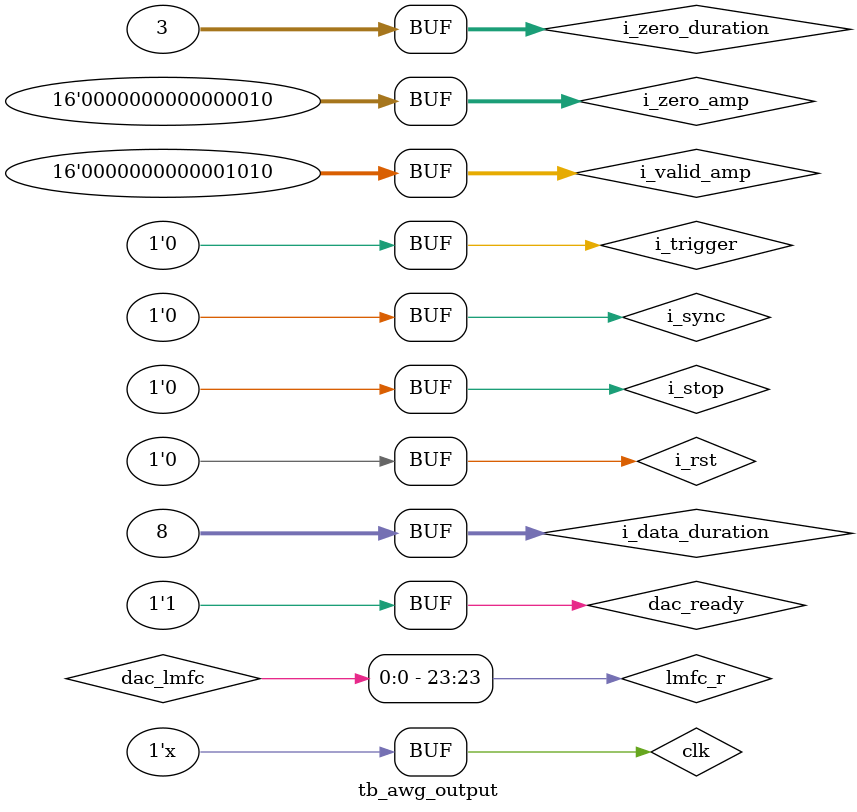
<source format=v>
`timescale 1ns / 1ps


module tb_awg_output(

    );
    
 reg clk;
 reg dac_ready;
 reg trigger_out;
 wire dac_lmfc = lmfc_r[23];
 reg  [23:0] lmfc_r;
 reg   i_stop;
 reg  [15:0] i_valid_amp;
 reg  [15:0] i_zero_amp;
 reg  [31:0] i_data_duration;
 reg  [31:0] i_zero_duration;


  wire [127:0] DAC_DATA0;
  wire [127:0] DAC_DATA1;
  wire [127:0] DAC_DATA2;
  wire [127:0] DAC_DATA3;
 
 reg i_sync;
  reg i_trigger;
  reg i_rst;
 
  //reg [15:0] amp;
  //reg [3:0] interval;
  
  	USER_TOP inst_USER_TOP
		(
			.i_trigger       (i_trigger),
			.i_valid_amp     (i_valid_amp),
			.i_zero_amp      (i_zero_amp),
			.i_rst           (i_rst),
			.i_stop          (i_stop),
			.i_data_duration (i_data_duration),
			.i_zero_duration (i_zero_duration),
			.DAC_CLK         (DAC_CLK),
			.DAC_READY       (DAC_READY),
			.DAC_LMFC        (DAC_LMFC),
			.DAC_DATA0       (DAC_DATA0),
			.DAC_DATA1       (DAC_DATA1),
			.DAC_DATA2       (DAC_DATA2),
			.DAC_DATA3       (DAC_DATA3)
		);

 
 
 
    always @ (posedge clk)
    begin 
        lmfc_r <= {lmfc_r[22:0],lmfc_r[23]};
    end   
        
    
    always #1.667 clk = ~clk;
    initial
    begin 
        clk = 1'b0;
        lmfc_r = 24'b1;
        dac_ready = 1'b0;
        
      
        i_trigger = 1'b0;
        i_rst = 1'b0;
        i_valid_amp = 16'd10; 
        i_zero_amp = 16'd2;  

        i_data_duration = 32'd8;
        i_zero_duration = 32'd3;
       
        
    # 700
        dac_ready = 1'b1;
        
    #70
        i_sync = 1'b1;
        #100
        i_sync = 1'b0;
        
        #200
        i_trigger = 1'b1;
        #3000
        i_trigger = 0;
        
         #501
         i_stop = 1'b1;
         #10
         i_stop = 1'b0;
         
        #200
        i_rst = 1;
        #40
        i_rst = 0;
        
    end    
    

  
endmodule

</source>
